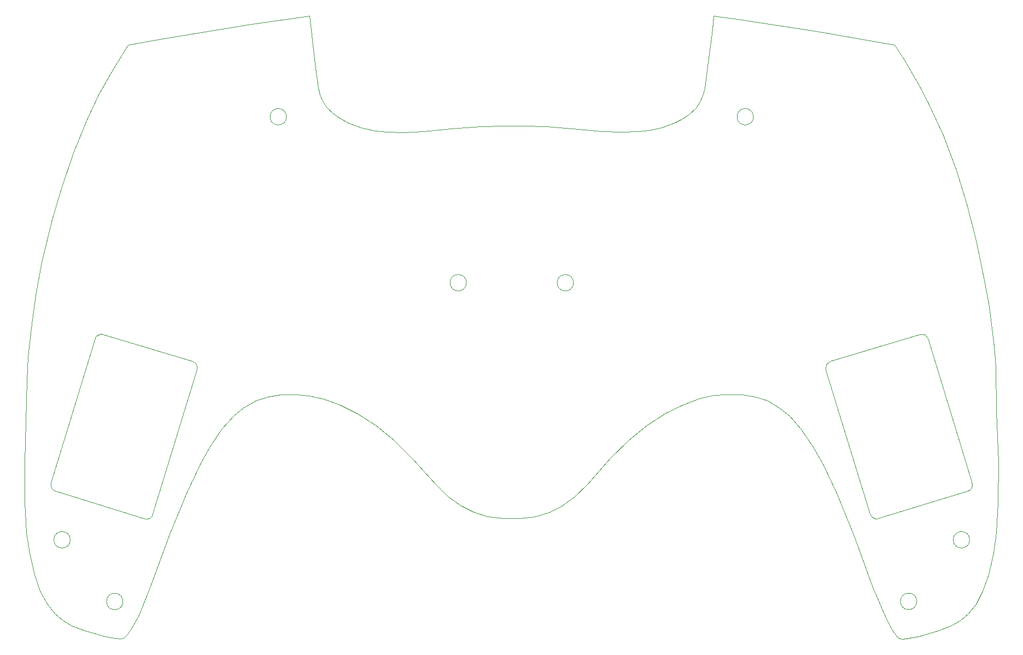
<source format=gbr>
%TF.GenerationSoftware,KiCad,Pcbnew,(6.0.9)*%
%TF.CreationDate,2022-11-22T19:39:32+02:00*%
%TF.ProjectId,PCB,5043422e-6b69-4636-9164-5f7063625858,rev?*%
%TF.SameCoordinates,Original*%
%TF.FileFunction,Other,User*%
%FSLAX46Y46*%
G04 Gerber Fmt 4.6, Leading zero omitted, Abs format (unit mm)*
G04 Created by KiCad (PCBNEW (6.0.9)) date 2022-11-22 19:39:32*
%MOMM*%
%LPD*%
G01*
G04 APERTURE LIST*
%TA.AperFunction,Profile*%
%ADD10C,0.100000*%
%TD*%
G04 APERTURE END LIST*
D10*
X175615600Y-38887400D02*
X187248800Y-40665400D01*
X199390000Y-42799000D01*
X200710800Y-44831000D01*
X203250800Y-49199800D01*
X204622400Y-51892200D01*
X206857600Y-56769000D01*
X208889600Y-62204600D01*
X210515200Y-67437000D01*
X211988400Y-73025000D01*
X213360000Y-79629000D01*
X213969600Y-83235800D01*
X214731600Y-89433400D01*
X214985600Y-92532200D01*
X215138000Y-99491800D01*
X215442800Y-107365800D01*
X215392000Y-113614200D01*
X215138000Y-118237000D01*
X214680800Y-121386600D01*
X213918800Y-124739400D01*
X213004400Y-127330200D01*
X211937600Y-129311400D01*
X210769200Y-130784600D01*
X209600800Y-131800600D01*
X208127600Y-132664200D01*
X206197200Y-133375400D01*
X203047600Y-134289800D01*
X201523600Y-134594600D01*
X200558400Y-134747000D01*
X200304400Y-134696200D01*
X199948800Y-134543800D01*
X199491600Y-134035800D01*
X198780400Y-132969000D01*
X197815200Y-130987800D01*
X195986400Y-126669800D01*
X192989200Y-118541800D01*
X190398400Y-112141000D01*
X188264800Y-107670600D01*
X186639200Y-104825800D01*
X184810400Y-102133400D01*
X183083200Y-100203000D01*
X181559200Y-98983800D01*
X179679600Y-97866200D01*
X177800000Y-97256600D01*
X175666400Y-96901000D01*
X173126400Y-96901000D01*
X171450000Y-97002600D01*
X169113200Y-97510600D01*
X166522400Y-98475800D01*
X163880800Y-99796600D01*
X161036000Y-101625400D01*
X158242000Y-103962200D01*
X155346400Y-106756200D01*
X151790400Y-110769400D01*
X149758400Y-112750600D01*
X147878800Y-114071400D01*
X145897600Y-115087400D01*
X143713200Y-115747800D01*
X141325600Y-116052600D01*
X138734800Y-116052600D01*
X136398000Y-115747800D01*
X134213600Y-115087400D01*
X132181600Y-114122200D01*
X130302000Y-112750600D01*
X128320800Y-110769400D01*
X124714000Y-106807000D01*
X121818400Y-103911400D01*
X119024400Y-101676200D01*
X116230400Y-99847400D01*
X113538000Y-98475800D01*
X110998000Y-97561400D01*
X108610400Y-97053400D01*
X106934000Y-96901000D01*
X104394000Y-96901000D01*
X102311200Y-97256600D01*
X100431600Y-97866200D01*
X98552000Y-98933000D01*
X97028000Y-100203000D01*
X95250000Y-102133400D01*
X93421200Y-104775000D01*
X91795600Y-107619800D01*
X89712800Y-112141000D01*
X87122000Y-118491000D01*
X84124800Y-126568200D01*
X82346800Y-130987800D01*
X81280000Y-132969000D01*
X80568800Y-133985000D01*
X79959200Y-134543800D01*
X79552800Y-134696200D01*
X78536800Y-134594600D01*
X77063600Y-134289800D01*
X73863200Y-133375400D01*
X71882000Y-132664200D01*
X70459600Y-131800600D01*
X69291200Y-130784600D01*
X68122800Y-129260600D01*
X67056000Y-127330200D01*
X66141600Y-124790200D01*
X65379600Y-121437400D01*
X64922400Y-118237000D01*
X64668400Y-113563400D01*
X64668400Y-107365800D01*
X64973200Y-94665800D01*
X65176400Y-91059000D01*
X65633600Y-86537800D01*
X66344800Y-81457800D01*
X67310000Y-76377800D01*
X68884800Y-69824600D01*
X70307200Y-64998600D01*
X72186800Y-59461400D01*
X74269600Y-54330600D01*
X76098400Y-50520600D01*
X78079600Y-46964600D01*
X80670400Y-42799000D01*
X86360000Y-41783000D01*
X99822000Y-39547800D01*
X108762800Y-38328600D01*
X109575600Y-45745400D01*
X110083600Y-49453800D01*
X110337600Y-50469800D01*
X110794800Y-51485800D01*
X111455200Y-52501800D01*
X112369600Y-53416200D01*
X113334800Y-54076600D01*
X114858800Y-54940200D01*
X116941600Y-55651400D01*
X118973600Y-56057800D01*
X120751600Y-56261000D01*
X123342400Y-56311800D01*
X126390400Y-56159400D01*
X130606800Y-55753000D01*
X135280400Y-55397400D01*
X138836400Y-55295800D01*
X141681200Y-55295800D01*
X145491200Y-55448200D01*
X150418800Y-55854600D01*
X154076400Y-56159400D01*
X157073600Y-56261000D01*
X159715200Y-56210200D01*
X161340800Y-56007000D01*
X163271200Y-55600600D01*
X165303200Y-54838600D01*
X166370000Y-54330600D01*
X167538400Y-53517800D01*
X168605200Y-52501800D01*
X169214800Y-51587400D01*
X169621200Y-50571400D01*
X169976800Y-49453800D01*
X170332400Y-46710600D01*
X171145200Y-40360600D01*
X171297600Y-38328600D01*
X175615600Y-38887400D01*
X79886044Y-128933444D02*
G75*
G03*
X79886044Y-128933444I-1273044J0D01*
G01*
X177523644Y-53927244D02*
G75*
G03*
X177523644Y-53927244I-1273044J0D01*
G01*
X133073644Y-79606644D02*
G75*
G03*
X133073644Y-79606644I-1273044J0D01*
G01*
X202822044Y-128908044D02*
G75*
G03*
X202822044Y-128908044I-1273044J0D01*
G01*
X76758800Y-87553800D02*
X90627200Y-91770200D01*
X91033600Y-91973400D01*
X91236800Y-92227400D01*
X91287600Y-92481400D01*
X91338400Y-92684600D01*
X91338400Y-93040200D01*
X84480400Y-115392200D01*
X84429600Y-115544600D01*
X84277200Y-115798600D01*
X84023200Y-116001800D01*
X83667600Y-116103400D01*
X83261200Y-116103400D01*
X69392800Y-111836200D01*
X69138800Y-111683800D01*
X68986400Y-111531400D01*
X68783200Y-111277400D01*
X68681600Y-111023400D01*
X68681600Y-110566200D01*
X75539600Y-88214200D01*
X75590400Y-88011000D01*
X75742800Y-87858600D01*
X76047600Y-87655400D01*
X76403200Y-87503000D01*
X76758800Y-87553800D01*
X149659844Y-79606644D02*
G75*
G03*
X149659844Y-79606644I-1273044J0D01*
G01*
X203962000Y-87604600D02*
X204114400Y-87655400D01*
X204266800Y-87858600D01*
X204368400Y-88011000D01*
X204520800Y-88214200D01*
X211277200Y-110363000D01*
X211328000Y-110566200D01*
X211378800Y-110871000D01*
X211328000Y-111175800D01*
X211226400Y-111429800D01*
X211023200Y-111633000D01*
X210667600Y-111836200D01*
X196850000Y-116052600D01*
X196697600Y-116103400D01*
X196392800Y-116103400D01*
X195884800Y-115900200D01*
X195681600Y-115646200D01*
X195529200Y-115392200D01*
X188722000Y-93091000D01*
X188671200Y-92735400D01*
X188772800Y-92329000D01*
X188874400Y-92176600D01*
X189179200Y-91871800D01*
X189382400Y-91770200D01*
X203250800Y-87553800D01*
X203708000Y-87553800D01*
X203962000Y-87604600D01*
X211000844Y-119383044D02*
G75*
G03*
X211000844Y-119383044I-1273044J0D01*
G01*
X105209844Y-53927244D02*
G75*
G03*
X105209844Y-53927244I-1273044J0D01*
G01*
X71732644Y-119383044D02*
G75*
G03*
X71732644Y-119383044I-1273044J0D01*
G01*
M02*

</source>
